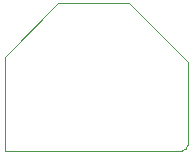
<source format=gm1>
G04 #@! TF.GenerationSoftware,KiCad,Pcbnew,6.0.0-rc1-unknown-2fdf13a~66~ubuntu16.04.1*
G04 #@! TF.CreationDate,2018-11-18T17:19:58+00:00*
G04 #@! TF.ProjectId,demo,64656d6f-2e6b-4696-9361-645f70636258,rev?*
G04 #@! TF.SameCoordinates,Original*
G04 #@! TF.FileFunction,Profile,NP*
%FSLAX46Y46*%
G04 Gerber Fmt 4.6, Leading zero omitted, Abs format (unit mm)*
G04 Created by KiCad (PCBNEW 6.0.0-rc1-unknown-2fdf13a~66~ubuntu16.04.1) date Sun 18 Nov 2018 17:19:58 GMT*
%MOMM*%
%LPD*%
G01*
G04 APERTURE LIST*
%ADD10C,0.050000*%
G04 APERTURE END LIST*
D10*
X233000000Y-13500000D02*
G75*
G02X232500000Y-14000000I-500000J0D01*
G01*
X228000000Y-1500000D02*
X233000000Y-6500000D01*
X228000000Y-1500000D02*
X222000000Y-1500000D01*
X233000000Y-13500000D02*
X233000000Y-6500000D01*
X217500000Y-14000000D02*
X232500000Y-14000000D01*
X217500000Y-6000000D02*
X217500000Y-14000000D01*
X222000000Y-1500000D02*
X217500000Y-6000000D01*
M02*

</source>
